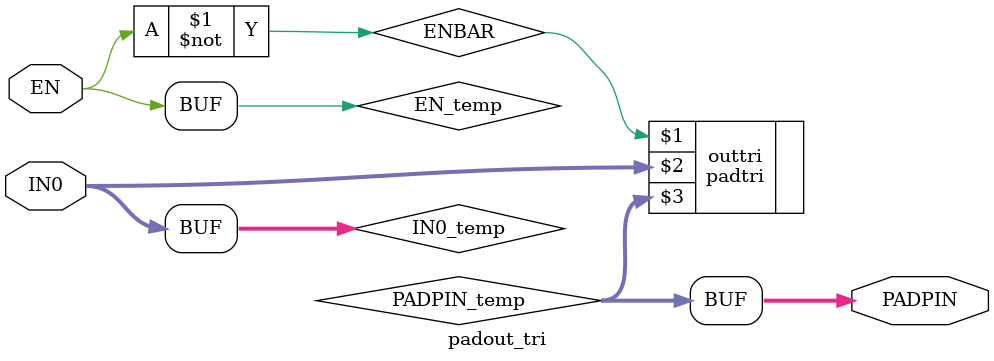
<source format=v>
module padout_tri(EN,IN0,PADPIN);
  parameter M = 7;
  parameter N = 0;
  parameter SLIM_FLAG = 0;
  parameter OUTDRIVE = "4MA";
  parameter
        d_EN_r = 0,
        d_EN_f = 0,
        d_IN0 = 0,
        d_PADPIN = 1;
  input  EN;
  input [M:N] IN0;
  output [M:N] PADPIN;
  wire  EN_temp;
  wire [M:N] IN0_temp;
  wire [M:N] PADPIN_temp;
  wire  ENBAR;
  assign #(d_EN_r,d_EN_f) EN_temp = EN;
  assign #(d_IN0) IN0_temp = IN0;
  assign #(d_PADPIN) PADPIN = PADPIN_temp;
  assign
    ENBAR = ( ~ EN_temp);
  padtri #(M,N) outtri (ENBAR,IN0_temp,PADPIN_temp);
endmodule

</source>
